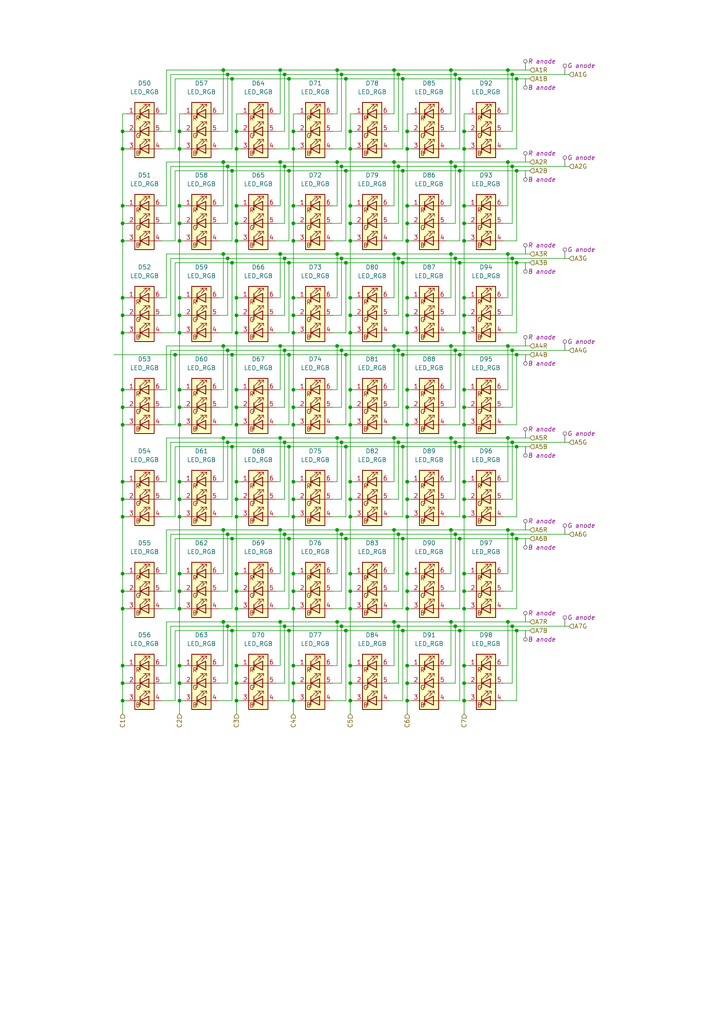
<source format=kicad_sch>
(kicad_sch (version 20231120) (generator "eeschema") (generator_version "8.0")
  (paper "A4" portrait)
  (junction (at 118.11 118.11))
  (junction (at 82.55 181.61))
  (junction (at 101.6 176.53))
  (junction (at 68.58 144.78))
  (junction (at 118.11 166.37))
  (junction (at 35.56 43.18))
  (junction (at 99.06 128.27))
  (junction (at 149.86 49.53))
  (junction (at 35.56 144.78))
  (junction (at 118.11 171.45))
  (junction (at 82.55 154.94))
  (junction (at 52.07 203.2))
  (junction (at 67.31 129.54))
  (junction (at 52.07 96.52))
  (junction (at 68.58 96.52))
  (junction (at 114.3 73.66))
  (junction (at 52.07 59.69))
  (junction (at 35.56 113.03))
  (junction (at 81.28 180.34))
  (junction (at 52.07 113.03))
  (junction (at 81.28 73.66))
  (junction (at 149.86 129.54))
  (junction (at 114.3 180.34))
  (junction (at 52.07 43.18))
  (junction (at 85.09 59.69))
  (junction (at 66.04 154.94))
  (junction (at 118.11 193.04))
  (junction (at 82.55 101.6))
  (junction (at 52.07 123.19))
  (junction (at 85.09 144.78))
  (junction (at 147.32 180.34))
  (junction (at 148.59 128.27))
  (junction (at 85.09 113.03))
  (junction (at 81.28 100.33))
  (junction (at 85.09 139.7))
  (junction (at 101.6 38.1))
  (junction (at 68.58 59.69))
  (junction (at 35.56 118.11))
  (junction (at 85.09 176.53))
  (junction (at 133.35 156.21))
  (junction (at 130.81 153.67))
  (junction (at 97.79 100.33))
  (junction (at 35.56 69.85))
  (junction (at 101.6 203.2))
  (junction (at 52.07 86.36))
  (junction (at 134.62 166.37))
  (junction (at 35.56 59.69))
  (junction (at 147.32 73.66))
  (junction (at 82.55 21.59))
  (junction (at 130.81 100.33))
  (junction (at 50.8 102.87))
  (junction (at 115.57 74.93))
  (junction (at 101.6 123.19))
  (junction (at 99.06 74.93))
  (junction (at 118.11 69.85))
  (junction (at 52.07 198.12))
  (junction (at 132.08 74.93))
  (junction (at 132.08 128.27))
  (junction (at 97.79 180.34))
  (junction (at 114.3 153.67))
  (junction (at 68.58 193.04))
  (junction (at 85.09 64.77))
  (junction (at 101.6 91.44))
  (junction (at 149.86 22.86))
  (junction (at 134.62 59.69))
  (junction (at 134.62 43.18))
  (junction (at 81.28 20.32))
  (junction (at 85.09 96.52))
  (junction (at 35.56 203.2))
  (junction (at 118.11 123.19))
  (junction (at 97.79 73.66))
  (junction (at 133.35 76.2))
  (junction (at 101.6 59.69))
  (junction (at 85.09 171.45))
  (junction (at 134.62 118.11))
  (junction (at 64.77 127))
  (junction (at 35.56 91.44))
  (junction (at 52.07 91.44))
  (junction (at 35.56 64.77))
  (junction (at 64.77 20.32))
  (junction (at 82.55 128.27))
  (junction (at 67.31 49.53))
  (junction (at 100.33 76.2))
  (junction (at 68.58 139.7))
  (junction (at 85.09 166.37))
  (junction (at 66.04 181.61))
  (junction (at 114.3 46.99))
  (junction (at 67.31 76.2))
  (junction (at 67.31 156.21))
  (junction (at 85.09 198.12))
  (junction (at 134.62 86.36))
  (junction (at 114.3 100.33))
  (junction (at 147.32 153.67))
  (junction (at 116.84 102.87))
  (junction (at 35.56 123.19))
  (junction (at 64.77 153.67))
  (junction (at 35.56 96.52))
  (junction (at 68.58 166.37))
  (junction (at 99.06 48.26))
  (junction (at 118.11 139.7))
  (junction (at 130.81 180.34))
  (junction (at 147.32 127))
  (junction (at 52.07 69.85))
  (junction (at 52.07 139.7))
  (junction (at 132.08 154.94))
  (junction (at 101.6 64.77))
  (junction (at 134.62 198.12))
  (junction (at 97.79 127))
  (junction (at 134.62 176.53))
  (junction (at 116.84 49.53))
  (junction (at 134.62 64.77))
  (junction (at 101.6 166.37))
  (junction (at 100.33 156.21))
  (junction (at 35.56 198.12))
  (junction (at 134.62 203.2))
  (junction (at 130.81 46.99))
  (junction (at 52.07 171.45))
  (junction (at 85.09 91.44))
  (junction (at 83.82 129.54))
  (junction (at 66.04 101.6))
  (junction (at 64.77 73.66))
  (junction (at 100.33 182.88))
  (junction (at 148.59 74.93))
  (junction (at 67.31 102.87))
  (junction (at 118.11 64.77))
  (junction (at 35.56 86.36))
  (junction (at 116.84 22.86))
  (junction (at 67.31 22.86))
  (junction (at 148.59 154.94))
  (junction (at 149.86 102.87))
  (junction (at 134.62 91.44))
  (junction (at 66.04 74.93))
  (junction (at 85.09 69.85))
  (junction (at 101.6 113.03))
  (junction (at 118.11 86.36))
  (junction (at 68.58 118.11))
  (junction (at 101.6 139.7))
  (junction (at 118.11 96.52))
  (junction (at 68.58 123.19))
  (junction (at 83.82 22.86))
  (junction (at 83.82 102.87))
  (junction (at 66.04 128.27))
  (junction (at 100.33 102.87))
  (junction (at 67.31 182.88))
  (junction (at 85.09 193.04))
  (junction (at 133.35 129.54))
  (junction (at 134.62 96.52))
  (junction (at 68.58 198.12))
  (junction (at 132.08 101.6))
  (junction (at 118.11 144.78))
  (junction (at 101.6 96.52))
  (junction (at 81.28 46.99))
  (junction (at 85.09 38.1))
  (junction (at 101.6 69.85))
  (junction (at 149.86 76.2))
  (junction (at 35.56 38.1))
  (junction (at 68.58 64.77))
  (junction (at 134.62 113.03))
  (junction (at 35.56 176.53))
  (junction (at 68.58 43.18))
  (junction (at 81.28 153.67))
  (junction (at 118.11 176.53))
  (junction (at 132.08 48.26))
  (junction (at 101.6 86.36))
  (junction (at 114.3 20.32))
  (junction (at 35.56 139.7))
  (junction (at 100.33 49.53))
  (junction (at 133.35 49.53))
  (junction (at 64.77 100.33))
  (junction (at 133.35 102.87))
  (junction (at 115.57 128.27))
  (junction (at 82.55 48.26))
  (junction (at 116.84 156.21))
  (junction (at 64.77 180.34))
  (junction (at 147.32 20.32))
  (junction (at 68.58 176.53))
  (junction (at 148.59 101.6))
  (junction (at 68.58 171.45))
  (junction (at 68.58 91.44))
  (junction (at 35.56 149.86))
  (junction (at 118.11 203.2))
  (junction (at 52.07 118.11))
  (junction (at 118.11 91.44))
  (junction (at 101.6 118.11))
  (junction (at 115.57 154.94))
  (junction (at 116.84 182.88))
  (junction (at 52.07 64.77))
  (junction (at 116.84 129.54))
  (junction (at 66.04 48.26))
  (junction (at 52.07 166.37))
  (junction (at 132.08 21.59))
  (junction (at 52.07 38.1))
  (junction (at 85.09 118.11))
  (junction (at 68.58 86.36))
  (junction (at 66.04 21.59))
  (junction (at 83.82 156.21))
  (junction (at 118.11 38.1))
  (junction (at 118.11 59.69))
  (junction (at 134.62 144.78))
  (junction (at 115.57 21.59))
  (junction (at 134.62 171.45))
  (junction (at 99.06 154.94))
  (junction (at 130.81 20.32))
  (junction (at 35.56 193.04))
  (junction (at 99.06 21.59))
  (junction (at 85.09 123.19))
  (junction (at 68.58 203.2))
  (junction (at 134.62 139.7))
  (junction (at 52.07 149.86))
  (junction (at 35.56 171.45))
  (junction (at 100.33 22.86))
  (junction (at 100.33 129.54))
  (junction (at 149.86 182.88))
  (junction (at 115.57 48.26))
  (junction (at 52.07 193.04))
  (junction (at 147.32 100.33))
  (junction (at 118.11 43.18))
  (junction (at 118.11 198.12))
  (junction (at 83.82 182.88))
  (junction (at 134.62 123.19))
  (junction (at 97.79 153.67))
  (junction (at 68.58 113.03))
  (junction (at 82.55 74.93))
  (junction (at 116.84 76.2))
  (junction (at 101.6 193.04))
  (junction (at 148.59 48.26))
  (junction (at 85.09 86.36))
  (junction (at 148.59 181.61))
  (junction (at 85.09 203.2))
  (junction (at 68.58 149.86))
  (junction (at 99.06 101.6))
  (junction (at 132.08 181.61))
  (junction (at 118.11 149.86))
  (junction (at 149.86 156.21))
  (junction (at 64.77 46.99))
  (junction (at 85.09 149.86))
  (junction (at 83.82 76.2))
  (junction (at 134.62 193.04))
  (junction (at 118.11 113.03))
  (junction (at 52.07 144.78))
  (junction (at 147.32 46.99))
  (junction (at 35.56 166.37))
  (junction (at 148.59 21.59))
  (junction (at 101.6 198.12))
  (junction (at 83.82 49.53))
  (junction (at 99.06 181.61))
  (junction (at 133.35 22.86))
  (junction (at 101.6 171.45))
  (junction (at 81.28 127))
  (junction (at 85.09 43.18))
  (junction (at 97.79 20.32))
  (junction (at 68.58 38.1))
  (junction (at 134.62 69.85))
  (junction (at 101.6 149.86))
  (junction (at 130.81 127))
  (junction (at 68.58 69.85))
  (junction (at 115.57 181.61))
  (junction (at 101.6 43.18))
  (junction (at 130.81 73.66))
  (junction (at 133.35 182.88))
  (junction (at 52.07 176.53))
  (junction (at 134.62 149.86))
  (junction (at 101.6 144.78))
  (junction (at 134.62 38.1))
  (junction (at 115.57 101.6))
  (junction (at 114.3 127))
  (junction (at 97.79 46.99))
  (wire (pts (xy 68.58 144.78) (xy 68.58 149.86)))
  (wire (pts (xy 146.05 198.12) (xy 148.59 198.12)))
  (wire (pts (xy 96.52 123.19) (xy 100.33 123.19)))
  (wire (pts (xy 82.55 21.59) (xy 99.06 21.59)))
  (wire (pts (xy 134.62 166.37) (xy 134.62 171.45)))
  (wire (pts (xy 101.6 198.12) (xy 101.6 203.2)))
  (wire (pts (xy 66.04 181.61) (xy 82.55 181.61)))
  (wire (pts (xy 135.89 86.36) (xy 134.62 86.36)))
  (wire (pts (xy 96.52 64.77) (xy 99.06 64.77)))
  (wire (pts (xy 82.55 74.93) (xy 82.55 91.44)))
  (wire (pts (xy 49.53 101.6) (xy 66.04 101.6)))
  (wire (pts (xy 118.11 198.12) (xy 118.11 203.2)))
  (wire (pts (xy 48.26 127) (xy 64.77 127)))
  (wire (pts (xy 82.55 154.94) (xy 82.55 171.45)))
  (wire (pts (xy 67.31 129.54) (xy 83.82 129.54)))
  (wire (pts (xy 99.06 181.61) (xy 99.06 198.12)))
  (wire (pts (xy 81.28 153.67) (xy 97.79 153.67)))
  (wire (pts (xy 129.54 96.52) (xy 133.35 96.52)))
  (wire (pts (xy 99.06 128.27) (xy 115.57 128.27)))
  (wire (pts (xy 116.84 49.53) (xy 116.84 69.85)))
  (wire (pts (xy 86.36 86.36) (xy 85.09 86.36)))
  (wire (pts (xy 147.32 100.33) (xy 153.67 100.33)))
  (wire (pts (xy 132.08 181.61) (xy 132.08 198.12)))
  (wire (pts (xy 133.35 156.21) (xy 133.35 176.53)))
  (wire (pts (xy 129.54 139.7) (xy 130.81 139.7)))
  (wire (pts (xy 130.81 153.67) (xy 130.81 166.37)))
  (wire (pts (xy 102.87 193.04) (xy 101.6 193.04)))
  (wire (pts (xy 115.57 181.61) (xy 115.57 198.12)))
  (wire (pts (xy 119.38 113.03) (xy 118.11 113.03)))
  (wire (pts (xy 134.62 171.45) (xy 135.89 171.45)))
  (wire (pts (xy 86.36 33.02) (xy 85.09 33.02)))
  (wire (pts (xy 46.99 96.52) (xy 50.8 96.52)))
  (wire (pts (xy 35.56 96.52) (xy 35.56 113.03)))
  (wire (pts (xy 52.07 118.11) (xy 53.34 118.11)))
  (wire (pts (xy 129.54 59.69) (xy 130.81 59.69)))
  (wire (pts (xy 113.03 166.37) (xy 114.3 166.37)))
  (wire (pts (xy 116.84 49.53) (xy 133.35 49.53)))
  (wire (pts (xy 101.6 118.11) (xy 102.87 118.11)))
  (wire (pts (xy 134.62 149.86) (xy 135.89 149.86)))
  (wire (pts (xy 35.56 38.1) (xy 36.83 38.1)))
  (wire (pts (xy 83.82 49.53) (xy 83.82 69.85)))
  (wire (pts (xy 85.09 96.52) (xy 86.36 96.52)))
  (wire (pts (xy 118.11 118.11) (xy 118.11 123.19)))
  (wire (pts (xy 146.05 171.45) (xy 148.59 171.45)))
  (wire (pts (xy 81.28 153.67) (xy 81.28 166.37)))
  (wire (pts (xy 118.11 139.7) (xy 118.11 144.78)))
  (wire (pts (xy 116.84 76.2) (xy 133.35 76.2)))
  (wire (pts (xy 146.05 144.78) (xy 148.59 144.78)))
  (wire (pts (xy 130.81 20.32) (xy 130.81 33.02)))
  (wire (pts (xy 97.79 153.67) (xy 97.79 166.37)))
  (wire (pts (xy 99.06 101.6) (xy 115.57 101.6)))
  (wire (pts (xy 50.8 156.21) (xy 50.8 176.53)))
  (wire (pts (xy 67.31 156.21) (xy 67.31 176.53)))
  (wire (pts (xy 118.11 64.77) (xy 118.11 69.85)))
  (wire (pts (xy 64.77 46.99) (xy 64.77 59.69)))
  (wire (pts (xy 33.02 102.87) (xy 50.8 102.87)))
  (wire (pts (xy 68.58 203.2) (xy 69.85 203.2)))
  (wire (pts (xy 101.6 96.52) (xy 101.6 113.03)))
  (wire (pts (xy 46.99 144.78) (xy 49.53 144.78)))
  (wire (pts (xy 130.81 100.33) (xy 147.32 100.33)))
  (wire (pts (xy 64.77 100.33) (xy 81.28 100.33)))
  (wire (pts (xy 68.58 69.85) (xy 69.85 69.85)))
  (wire (pts (xy 83.82 102.87) (xy 100.33 102.87)))
  (wire (pts (xy 114.3 100.33) (xy 114.3 113.03)))
  (wire (pts (xy 52.07 198.12) (xy 52.07 203.2)))
  (wire (pts (xy 82.55 181.61) (xy 82.55 198.12)))
  (wire (pts (xy 100.33 102.87) (xy 100.33 123.19)))
  (wire (pts (xy 69.85 86.36) (xy 68.58 86.36)))
  (wire (pts (xy 46.99 176.53) (xy 50.8 176.53)))
  (wire (pts (xy 147.32 127) (xy 147.32 139.7)))
  (wire (pts (xy 101.6 123.19) (xy 102.87 123.19)))
  (wire (pts (xy 35.56 33.02) (xy 35.56 38.1)))
  (wire (pts (xy 146.05 69.85) (xy 149.86 69.85)))
  (wire (pts (xy 99.06 154.94) (xy 99.06 171.45)))
  (wire (pts (xy 85.09 123.19) (xy 86.36 123.19)))
  (wire (pts (xy 35.56 171.45) (xy 35.56 176.53)))
  (wire (pts (xy 148.59 154.94) (xy 148.59 171.45)))
  (wire (pts (xy 96.52 193.04) (xy 97.79 193.04)))
  (wire (pts (xy 63.5 176.53) (xy 67.31 176.53)))
  (wire (pts (xy 64.77 20.32) (xy 81.28 20.32)))
  (wire (pts (xy 86.36 166.37) (xy 85.09 166.37)))
  (wire (pts (xy 115.57 154.94) (xy 115.57 171.45)))
  (wire (pts (xy 63.5 33.02) (xy 64.77 33.02)))
  (wire (pts (xy 85.09 33.02) (xy 85.09 38.1)))
  (wire (pts (xy 52.07 43.18) (xy 53.34 43.18)))
  (wire (pts (xy 101.6 38.1) (xy 102.87 38.1)))
  (wire (pts (xy 132.08 154.94) (xy 132.08 171.45)))
  (wire (pts (xy 64.77 180.34) (xy 81.28 180.34)))
  (wire (pts (xy 133.35 76.2) (xy 149.86 76.2)))
  (wire (pts (xy 49.53 21.59) (xy 49.53 38.1)))
  (wire (pts (xy 63.5 118.11) (xy 66.04 118.11)))
  (wire (pts (xy 52.07 96.52) (xy 52.07 113.03)))
  (wire (pts (xy 118.11 123.19) (xy 119.38 123.19)))
  (wire (pts (xy 113.03 118.11) (xy 115.57 118.11)))
  (wire (pts (xy 100.33 102.87) (xy 116.84 102.87)))
  (wire (pts (xy 118.11 113.03) (xy 118.11 118.11)))
  (wire (pts (xy 67.31 102.87) (xy 67.31 123.19)))
  (wire (pts (xy 97.79 73.66) (xy 97.79 86.36)))
  (wire (pts (xy 53.34 193.04) (xy 52.07 193.04)))
  (wire (pts (xy 80.01 33.02) (xy 81.28 33.02)))
  (wire (pts (xy 97.79 73.66) (xy 114.3 73.66)))
  (wire (pts (xy 146.05 96.52) (xy 149.86 96.52)))
  (wire (pts (xy 85.09 69.85) (xy 86.36 69.85)))
  (wire (pts (xy 66.04 128.27) (xy 82.55 128.27)))
  (wire (pts (xy 48.26 46.99) (xy 48.26 59.69)))
  (wire (pts (xy 85.09 176.53) (xy 86.36 176.53)))
  (wire (pts (xy 46.99 113.03) (xy 48.26 113.03)))
  (wire (pts (xy 67.31 182.88) (xy 83.82 182.88)))
  (wire (pts (xy 83.82 22.86) (xy 83.82 43.18)))
  (wire (pts (xy 85.09 198.12) (xy 85.09 203.2)))
  (wire (pts (xy 115.57 101.6) (xy 115.57 118.11)))
  (wire (pts (xy 148.59 128.27) (xy 165.1 128.27)))
  (wire (pts (xy 52.07 86.36) (xy 52.07 91.44)))
  (wire (pts (xy 80.01 91.44) (xy 82.55 91.44)))
  (wire (pts (xy 96.52 139.7) (xy 97.79 139.7)))
  (wire (pts (xy 118.11 33.02) (xy 118.11 38.1)))
  (wire (pts (xy 118.11 193.04) (xy 118.11 198.12)))
  (wire (pts (xy 46.99 123.19) (xy 50.8 123.19)))
  (wire (pts (xy 100.33 182.88) (xy 100.33 203.2)))
  (wire (pts (xy 96.52 43.18) (xy 100.33 43.18)))
  (wire (pts (xy 134.62 64.77) (xy 134.62 69.85)))
  (wire (pts (xy 49.53 128.27) (xy 49.53 144.78)))
  (wire (pts (xy 85.09 64.77) (xy 85.09 69.85)))
  (wire (pts (xy 113.03 96.52) (xy 116.84 96.52)))
  (wire (pts (xy 50.8 76.2) (xy 50.8 96.52)))
  (wire (pts (xy 80.01 118.11) (xy 82.55 118.11)))
  (wire (pts (xy 35.56 144.78) (xy 35.56 149.86)))
  (wire (pts (xy 148.59 74.93) (xy 165.1 74.93)))
  (wire (pts (xy 129.54 33.02) (xy 130.81 33.02)))
  (wire (pts (xy 49.53 74.93) (xy 49.53 91.44)))
  (wire (pts (xy 81.28 73.66) (xy 81.28 86.36)))
  (wire (pts (xy 135.89 166.37) (xy 134.62 166.37)))
  (wire (pts (xy 130.81 73.66) (xy 147.32 73.66)))
  (wire (pts (xy 63.5 149.86) (xy 67.31 149.86)))
  (wire (pts (xy 35.56 203.2) (xy 35.56 207.01)))
  (wire (pts (xy 116.84 156.21) (xy 133.35 156.21)))
  (wire (pts (xy 83.82 102.87) (xy 83.82 123.19)))
  (wire (pts (xy 83.82 182.88) (xy 83.82 203.2)))
  (wire (pts (xy 100.33 156.21) (xy 100.33 176.53)))
  (wire (pts (xy 68.58 176.53) (xy 68.58 193.04)))
  (wire (pts (xy 135.89 59.69) (xy 134.62 59.69)))
  (wire (pts (xy 64.77 180.34) (xy 64.77 193.04)))
  (wire (pts (xy 35.56 139.7) (xy 35.56 144.78)))
  (wire (pts (xy 133.35 129.54) (xy 133.35 149.86)))
  (wire (pts (xy 68.58 198.12) (xy 68.58 203.2)))
  (wire (pts (xy 118.11 43.18) (xy 119.38 43.18)))
  (wire (pts (xy 134.62 113.03) (xy 134.62 118.11)))
  (wire (pts (xy 129.54 171.45) (xy 132.08 171.45)))
  (wire (pts (xy 52.07 43.18) (xy 52.07 59.69)))
  (wire (pts (xy 67.31 129.54) (xy 67.31 149.86)))
  (wire (pts (xy 97.79 20.32) (xy 97.79 33.02)))
  (wire (pts (xy 115.57 21.59) (xy 115.57 38.1)))
  (wire (pts (xy 86.36 139.7) (xy 85.09 139.7)))
  (wire (pts (xy 35.56 123.19) (xy 35.56 139.7)))
  (wire (pts (xy 101.6 113.03) (xy 101.6 118.11)))
  (wire (pts (xy 82.55 128.27) (xy 82.55 144.78)))
  (wire (pts (xy 147.32 180.34) (xy 147.32 193.04)))
  (wire (pts (xy 102.87 139.7) (xy 101.6 139.7)))
  (wire (pts (xy 83.82 156.21) (xy 83.82 176.53)))
  (wire (pts (xy 113.03 113.03) (xy 114.3 113.03)))
  (wire (pts (xy 46.99 171.45) (xy 49.53 171.45)))
  (wire (pts (xy 129.54 86.36) (xy 130.81 86.36)))
  (wire (pts (xy 129.54 193.04) (xy 130.81 193.04)))
  (wire (pts (xy 85.09 203.2) (xy 86.36 203.2)))
  (wire (pts (xy 116.84 102.87) (xy 116.84 123.19)))
  (wire (pts (xy 46.99 203.2) (xy 50.8 203.2)))
  (wire (pts (xy 146.05 38.1) (xy 148.59 38.1)))
  (wire (pts (xy 46.99 139.7) (xy 48.26 139.7)))
  (wire (pts (xy 97.79 127) (xy 97.79 139.7)))
  (wire (pts (xy 149.86 49.53) (xy 153.67 49.53)))
  (wire (pts (xy 80.01 198.12) (xy 82.55 198.12)))
  (wire (pts (xy 118.11 149.86) (xy 118.11 166.37)))
  (wire (pts (xy 134.62 123.19) (xy 135.89 123.19)))
  (wire (pts (xy 147.32 20.32) (xy 153.67 20.32)))
  (wire (pts (xy 35.56 176.53) (xy 36.83 176.53)))
  (wire (pts (xy 148.59 48.26) (xy 165.1 48.26)))
  (wire (pts (xy 80.01 123.19) (xy 83.82 123.19)))
  (wire (pts (xy 149.86 182.88) (xy 149.86 203.2)))
  (wire (pts (xy 149.86 22.86) (xy 153.67 22.86)))
  (wire (pts (xy 118.11 176.53) (xy 118.11 193.04)))
  (wire (pts (xy 35.56 198.12) (xy 35.56 203.2)))
  (wire (pts (xy 81.28 180.34) (xy 97.79 180.34)))
  (wire (pts (xy 118.11 96.52) (xy 118.11 113.03)))
  (wire (pts (xy 114.3 46.99) (xy 114.3 59.69)))
  (wire (pts (xy 118.11 59.69) (xy 118.11 64.77)))
  (wire (pts (xy 133.35 49.53) (xy 133.35 69.85)))
  (wire (pts (xy 130.81 153.67) (xy 147.32 153.67)))
  (wire (pts (xy 114.3 180.34) (xy 130.81 180.34)))
  (wire (pts (xy 80.01 193.04) (xy 81.28 193.04)))
  (wire (pts (xy 52.07 38.1) (xy 53.34 38.1)))
  (wire (pts (xy 80.01 113.03) (xy 81.28 113.03)))
  (wire (pts (xy 85.09 203.2) (xy 85.09 207.01)))
  (wire (pts (xy 134.62 33.02) (xy 134.62 38.1)))
  (wire (pts (xy 80.01 176.53) (xy 83.82 176.53)))
  (wire (pts (xy 101.6 86.36) (xy 101.6 91.44)))
  (wire (pts (xy 129.54 144.78) (xy 132.08 144.78)))
  (wire (pts (xy 35.56 69.85) (xy 35.56 86.36)))
  (wire (pts (xy 148.59 154.94) (xy 165.1 154.94)))
  (wire (pts (xy 85.09 193.04) (xy 85.09 198.12)))
  (wire (pts (xy 135.89 139.7) (xy 134.62 139.7)))
  (wire (pts (xy 147.32 20.32) (xy 147.32 33.02)))
  (wire (pts (xy 129.54 113.03) (xy 130.81 113.03)))
  (wire (pts (xy 85.09 59.69) (xy 85.09 64.77)))
  (wire (pts (xy 148.59 48.26) (xy 148.59 64.77)))
  (wire (pts (xy 36.83 86.36) (xy 35.56 86.36)))
  (wire (pts (xy 81.28 20.32) (xy 97.79 20.32)))
  (wire (pts (xy 35.56 149.86) (xy 35.56 166.37)))
  (wire (pts (xy 52.07 171.45) (xy 52.07 176.53)))
  (wire (pts (xy 80.01 38.1) (xy 82.55 38.1)))
  (wire (pts (xy 116.84 129.54) (xy 116.84 149.86)))
  (wire (pts (xy 64.77 127) (xy 81.28 127)))
  (wire (pts (xy 83.82 156.21) (xy 100.33 156.21)))
  (wire (pts (xy 101.6 203.2) (xy 102.87 203.2)))
  (wire (pts (xy 52.07 69.85) (xy 53.34 69.85)))
  (wire (pts (xy 85.09 96.52) (xy 85.09 113.03)))
  (wire (pts (xy 86.36 193.04) (xy 85.09 193.04)))
  (wire (pts (xy 133.35 22.86) (xy 133.35 43.18)))
  (wire (pts (xy 119.38 166.37) (xy 118.11 166.37)))
  (wire (pts (xy 134.62 193.04) (xy 134.62 198.12)))
  (wire (pts (xy 134.62 38.1) (xy 135.89 38.1)))
  (wire (pts (xy 101.6 69.85) (xy 102.87 69.85)))
  (wire (pts (xy 49.53 48.26) (xy 49.53 64.77)))
  (wire (pts (xy 46.99 166.37) (xy 48.26 166.37)))
  (wire (pts (xy 66.04 154.94) (xy 66.04 171.45)))
  (wire (pts (xy 99.06 74.93) (xy 115.57 74.93)))
  (wire (pts (xy 67.31 49.53) (xy 83.82 49.53)))
  (wire (pts (xy 68.58 149.86) (xy 69.85 149.86)))
  (wire (pts (xy 48.26 180.34) (xy 64.77 180.34)))
  (wire (pts (xy 80.01 203.2) (xy 83.82 203.2)))
  (wire (pts (xy 67.31 76.2) (xy 83.82 76.2)))
  (wire (pts (xy 113.03 33.02) (xy 114.3 33.02)))
  (wire (pts (xy 133.35 76.2) (xy 133.35 96.52)))
  (wire (pts (xy 48.26 20.32) (xy 48.26 33.02)))
  (wire (pts (xy 85.09 139.7) (xy 85.09 144.78)))
  (wire (pts (xy 96.52 166.37) (xy 97.79 166.37)))
  (wire (pts (xy 68.58 203.2) (xy 68.58 207.01)))
  (wire (pts (xy 134.62 43.18) (xy 135.89 43.18)))
  (wire (pts (xy 97.79 153.67) (xy 114.3 153.67)))
  (wire (pts (xy 49.53 21.59) (xy 66.04 21.59)))
  (wire (pts (xy 85.09 69.85) (xy 85.09 86.36)))
  (wire (pts (xy 35.56 91.44) (xy 35.56 96.52)))
  (wire (pts (xy 50.8 129.54) (xy 67.31 129.54)))
  (wire (pts (xy 134.62 118.11) (xy 134.62 123.19)))
  (wire (pts (xy 100.33 22.86) (xy 116.84 22.86)))
  (wire (pts (xy 134.62 144.78) (xy 134.62 149.86)))
  (wire (pts (xy 134.62 96.52) (xy 134.62 113.03)))
  (wire (pts (xy 63.5 193.04) (xy 64.77 193.04)))
  (wire (pts (xy 96.52 176.53) (xy 100.33 176.53)))
  (wire (pts (xy 85.09 144.78) (xy 86.36 144.78)))
  (wire (pts (xy 147.32 127) (xy 153.67 127)))
  (wire (pts (xy 69.85 166.37) (xy 68.58 166.37)))
  (wire (pts (xy 134.62 86.36) (xy 134.62 91.44)))
  (wire (pts (xy 130.81 20.32) (xy 147.32 20.32)))
  (wire (pts (xy 80.01 64.77) (xy 82.55 64.77)))
  (wire (pts (xy 64.77 100.33) (xy 64.77 113.03)))
  (wire (pts (xy 101.6 33.02) (xy 101.6 38.1)))
  (wire (pts (xy 130.81 127) (xy 130.81 139.7)))
  (wire (pts (xy 63.5 86.36) (xy 64.77 86.36)))
  (wire (pts (xy 133.35 156.21) (xy 149.86 156.21)))
  (wire (pts (xy 97.79 100.33) (xy 97.79 113.03)))
  (wire (pts (xy 68.58 118.11) (xy 69.85 118.11)))
  (wire (pts (xy 50.8 49.53) (xy 50.8 69.85)))
  (wire (pts (xy 148.59 181.61) (xy 165.1 181.61)))
  (wire (pts (xy 101.6 176.53) (xy 101.6 193.04)))
  (wire (pts (xy 101.6 193.04) (xy 101.6 198.12)))
  (wire (pts (xy 53.34 59.69) (xy 52.07 59.69)))
  (wire (pts (xy 96.52 33.02) (xy 97.79 33.02)))
  (wire (pts (xy 63.5 64.77) (xy 66.04 64.77)))
  (wire (pts (xy 52.07 123.19) (xy 53.34 123.19)))
  (wire (pts (xy 66.04 101.6) (xy 66.04 118.11)))
  (wire (pts (xy 52.07 96.52) (xy 53.34 96.52)))
  (wire (pts (xy 66.04 74.93) (xy 82.55 74.93)))
  (wire (pts (xy 80.01 144.78) (xy 82.55 144.78)))
  (wire (pts (xy 50.8 102.87) (xy 50.8 123.19)))
  (wire (pts (xy 35.56 149.86) (xy 36.83 149.86)))
  (wire (pts (xy 35.56 198.12) (xy 36.83 198.12)))
  (wire (pts (xy 129.54 38.1) (xy 132.08 38.1)))
  (wire (pts (xy 52.07 193.04) (xy 52.07 198.12)))
  (wire (pts (xy 68.58 198.12) (xy 69.85 198.12)))
  (wire (pts (xy 148.59 74.93) (xy 148.59 91.44)))
  (wire (pts (xy 68.58 43.18) (xy 69.85 43.18)))
  (wire (pts (xy 119.38 139.7) (xy 118.11 139.7)))
  (wire (pts (xy 68.58 96.52) (xy 68.58 113.03)))
  (wire (pts (xy 97.79 46.99) (xy 114.3 46.99)))
  (wire (pts (xy 135.89 193.04) (xy 134.62 193.04)))
  (wire (pts (xy 85.09 43.18) (xy 85.09 59.69)))
  (wire (pts (xy 129.54 91.44) (xy 132.08 91.44)))
  (wire (pts (xy 101.6 43.18) (xy 101.6 59.69)))
  (wire (pts (xy 102.87 59.69) (xy 101.6 59.69)))
  (wire (pts (xy 85.09 118.11) (xy 86.36 118.11)))
  (wire (pts (xy 134.62 69.85) (xy 135.89 69.85)))
  (wire (pts (xy 130.81 46.99) (xy 130.81 59.69)))
  (wire (pts (xy 68.58 91.44) (xy 69.85 91.44)))
  (wire (pts (xy 35.56 176.53) (xy 35.56 193.04)))
  (wire (pts (xy 118.11 69.85) (xy 118.11 86.36)))
  (wire (pts (xy 85.09 149.86) (xy 85.09 166.37)))
  (wire (pts (xy 101.6 91.44) (xy 102.87 91.44)))
  (wire (pts (xy 115.57 128.27) (xy 115.57 144.78)))
  (wire (pts (xy 81.28 100.33) (xy 97.79 100.33)))
  (wire (pts (xy 118.11 86.36) (xy 118.11 91.44)))
  (wire (pts (xy 146.05 64.77) (xy 148.59 64.77)))
  (wire (pts (xy 85.09 123.19) (xy 85.09 139.7)))
  (wire (pts (xy 133.35 129.54) (xy 149.86 129.54)))
  (wire (pts (xy 129.54 69.85) (xy 133.35 69.85)))
  (wire (pts (xy 83.82 76.2) (xy 83.82 96.52)))
  (wire (pts (xy 48.26 73.66) (xy 64.77 73.66)))
  (wire (pts (xy 81.28 127) (xy 81.28 139.7)))
  (wire (pts (xy 146.05 59.69) (xy 147.32 59.69)))
  (wire (pts (xy 146.05 139.7) (xy 147.32 139.7)))
  (wire (pts (xy 113.03 69.85) (xy 116.84 69.85)))
  (wire (pts (xy 99.06 21.59) (xy 99.06 38.1)))
  (wire (pts (xy 97.79 127) (xy 114.3 127)))
  (wire (pts (xy 52.07 139.7) (xy 52.07 144.78)))
  (wire (pts (xy 118.11 123.19) (xy 118.11 139.7)))
  (wire (pts (xy 68.58 171.45) (xy 68.58 176.53)))
  (wire (pts (xy 134.62 203.2) (xy 134.62 207.01)))
  (wire (pts (xy 48.26 46.99) (xy 64.77 46.99)))
  (wire (pts (xy 132.08 48.26) (xy 132.08 64.77)))
  (wire (pts (xy 80.01 59.69) (xy 81.28 59.69)))
  (wire (pts (xy 83.82 129.54) (xy 83.82 149.86)))
  (wire (pts (xy 147.32 46.99) (xy 153.67 46.99)))
  (wire (pts (xy 48.26 180.34) (xy 48.26 193.04)))
  (wire (pts (xy 66.04 74.93) (xy 66.04 91.44)))
  (wire (pts (xy 48.26 153.67) (xy 64.77 153.67)))
  (wire (pts (xy 102.87 166.37) (xy 101.6 166.37)))
  (wire (pts (xy 119.38 193.04) (xy 118.11 193.04)))
  (wire (pts (xy 113.03 203.2) (xy 116.84 203.2)))
  (wire (pts (xy 115.57 101.6) (xy 132.08 101.6)))
  (wire (pts (xy 118.11 91.44) (xy 118.11 96.52)))
  (wire (pts (xy 48.26 20.32) (xy 64.77 20.32)))
  (wire (pts (xy 68.58 59.69) (xy 68.58 64.77)))
  (wire (pts (xy 129.54 64.77) (xy 132.08 64.77)))
  (wire (pts (xy 133.35 102.87) (xy 133.35 123.19)))
  (wire (pts (xy 63.5 171.45) (xy 66.04 171.45)))
  (wire (pts (xy 130.81 127) (xy 147.32 127)))
  (wire (pts (xy 133.35 22.86) (xy 149.86 22.86)))
  (wire (pts (xy 134.62 43.18) (xy 134.62 59.69)))
  (wire (pts (xy 81.28 73.66) (xy 97.79 73.66)))
  (wire (pts (xy 102.87 86.36) (xy 101.6 86.36)))
  (wire (pts (xy 118.11 144.78) (xy 119.38 144.78)))
  (wire (pts (xy 115.57 128.27) (xy 132.08 128.27)))
  (wire (pts (xy 101.6 118.11) (xy 101.6 123.19)))
  (wire (pts (xy 35.56 96.52) (xy 36.83 96.52)))
  (wire (pts (xy 114.3 180.34) (xy 114.3 193.04)))
  (wire (pts (xy 80.01 86.36) (xy 81.28 86.36)))
  (wire (pts (xy 100.33 22.86) (xy 100.33 43.18)))
  (wire (pts (xy 35.56 91.44) (xy 36.83 91.44)))
  (wire (pts (xy 85.09 118.11) (xy 85.09 123.19)))
  (wire (pts (xy 133.35 102.87) (xy 149.86 102.87)))
  (wire (pts (xy 115.57 48.26) (xy 115.57 64.77)))
  (wire (pts (xy 147.32 153.67) (xy 147.32 166.37)))
  (wire (pts (xy 35.56 171.45) (xy 36.83 171.45)))
  (wire (pts (xy 64.77 153.67) (xy 81.28 153.67)))
  (wire (pts (xy 80.01 139.7) (xy 81.28 139.7)))
  (wire (pts (xy 100.33 156.21) (xy 116.84 156.21)))
  (wire (pts (xy 101.6 123.19) (xy 101.6 139.7)))
  (wire (pts (xy 118.11 144.78) (xy 118.11 149.86)))
  (wire (pts (xy 118.11 43.18) (xy 118.11 59.69)))
  (wire (pts (xy 68.58 91.44) (xy 68.58 96.52)))
  (wire (pts (xy 102.87 113.03) (xy 101.6 113.03)))
  (wire (pts (xy 64.77 73.66) (xy 64.77 86.36)))
  (wire (pts (xy 101.6 171.45) (xy 101.6 176.53)))
  (wire (pts (xy 63.5 166.37) (xy 64.77 166.37)))
  (wire (pts (xy 85.09 43.18) (xy 86.36 43.18)))
  (wire (pts (xy 66.04 181.61) (xy 66.04 198.12)))
  (wire (pts (xy 118.11 38.1) (xy 118.11 43.18)))
  (wire (pts (xy 113.03 64.77) (xy 115.57 64.77)))
  (wire (pts (xy 35.56 203.2) (xy 36.83 203.2)))
  (wire (pts (xy 82.55 74.93) (xy 99.06 74.93)))
  (wire (pts (xy 129.54 203.2) (xy 133.35 203.2)))
  (wire (pts (xy 101.6 149.86) (xy 102.87 149.86)))
  (wire (pts (xy 63.5 69.85) (xy 67.31 69.85)))
  (wire (pts (xy 134.62 96.52) (xy 135.89 96.52)))
  (wire (pts (xy 99.06 128.27) (xy 99.06 144.78)))
  (wire (pts (xy 85.09 171.45) (xy 86.36 171.45)))
  (wire (pts (xy 99.06 48.26) (xy 99.06 64.77)))
  (wire (pts (xy 114.3 73.66) (xy 114.3 86.36)))
  (wire (pts (xy 146.05 193.04) (xy 147.32 193.04)))
  (wire (pts (xy 85.09 144.78) (xy 85.09 149.86)))
  (wire (pts (xy 85.09 38.1) (xy 86.36 38.1)))
  (wire (pts (xy 118.11 203.2) (xy 118.11 207.01)))
  (wire (pts (xy 118.11 149.86) (xy 119.38 149.86)))
  (wire (pts (xy 48.26 127) (xy 48.26 139.7)))
  (wire (pts (xy 132.08 21.59) (xy 132.08 38.1)))
  (wire (pts (xy 101.6 64.77) (xy 102.87 64.77)))
  (wire (pts (xy 101.6 171.45) (xy 102.87 171.45)))
  (wire (pts (xy 86.36 113.03) (xy 85.09 113.03)))
  (wire (pts (xy 132.08 48.26) (xy 148.59 48.26)))
  (wire (pts (xy 46.99 86.36) (xy 48.26 86.36)))
  (wire (pts (xy 66.04 48.26) (xy 82.55 48.26)))
  (wire (pts (xy 83.82 22.86) (xy 100.33 22.86)))
  (wire (pts (xy 100.33 129.54) (xy 100.33 149.86)))
  (wire (pts (xy 149.86 182.88) (xy 153.67 182.88)))
  (wire (pts (xy 96.52 144.78) (xy 99.06 144.78)))
  (wire (pts (xy 85.09 91.44) (xy 86.36 91.44)))
  (wire (pts (xy 118.11 69.85) (xy 119.38 69.85)))
  (wire (pts (xy 63.5 38.1) (xy 66.04 38.1)))
  (wire (pts (xy 101.6 198.12) (xy 102.87 198.12)))
  (wire (pts (xy 81.28 127) (xy 97.79 127)))
  (wire (pts (xy 48.26 153.67) (xy 48.26 166.37)))
  (wire (pts (xy 35.56 59.69) (xy 35.56 64.77)))
  (wire (pts (xy 130.81 46.99) (xy 147.32 46.99)))
  (wire (pts (xy 52.07 171.45) (xy 53.34 171.45)))
  (wire (pts (xy 52.07 176.53) (xy 52.07 193.04)))
  (wire (pts (xy 146.05 118.11) (xy 148.59 118.11)))
  (wire (pts (xy 129.54 176.53) (xy 133.35 176.53)))
  (wire (pts (xy 129.54 123.19) (xy 133.35 123.19)))
  (wire (pts (xy 35.56 69.85) (xy 36.83 69.85)))
  (wire (pts (xy 114.3 20.32) (xy 114.3 33.02)))
  (wire (pts (xy 85.09 91.44) (xy 85.09 96.52)))
  (wire (pts (xy 96.52 113.03) (xy 97.79 113.03)))
  (wire (pts (xy 46.99 149.86) (xy 50.8 149.86)))
  (wire (pts (xy 101.6 59.69) (xy 101.6 64.77)))
  (wire (pts (xy 115.57 154.94) (xy 132.08 154.94)))
  (wire (pts (xy 85.09 176.53) (xy 85.09 193.04)))
  (wire (pts (xy 101.6 176.53) (xy 102.87 176.53)))
  (wire (pts (xy 49.53 154.94) (xy 66.04 154.94)))
  (wire (pts (xy 115.57 48.26) (xy 132.08 48.26)))
  (wire (pts (xy 49.53 181.61) (xy 49.53 198.12)))
  (wire (pts (xy 63.5 203.2) (xy 67.31 203.2)))
  (wire (pts (xy 134.62 203.2) (xy 135.89 203.2)))
  (wire (pts (xy 116.84 22.86) (xy 133.35 22.86)))
  (wire (pts (xy 134.62 91.44) (xy 134.62 96.52)))
  (wire (pts (xy 102.87 33.02) (xy 101.6 33.02)))
  (wire (pts (xy 64.77 127) (xy 64.77 139.7)))
  (wire (pts (xy 116.84 129.54) (xy 133.35 129.54)))
  (wire (pts (xy 49.53 101.6) (xy 49.53 118.11)))
  (wire (pts (xy 67.31 156.21) (xy 83.82 156.21)))
  (wire (pts (xy 36.83 166.37) (xy 35.56 166.37)))
  (wire (pts (xy 114.3 46.99) (xy 130.81 46.99)))
  (wire (pts (xy 46.99 59.69) (xy 48.26 59.69)))
  (wire (pts (xy 146.05 203.2) (xy 149.86 203.2)))
  (wire (pts (xy 147.32 46.99) (xy 147.32 59.69)))
  (wire (pts (xy 146.05 91.44) (xy 148.59 91.44)))
  (wire (pts (xy 68.58 176.53) (xy 69.85 176.53)))
  (wire (pts (xy 52.07 144.78) (xy 53.34 144.78)))
  (wire (pts (xy 53.34 33.02) (xy 52.07 33.02)))
  (wire (pts (xy 67.31 22.86) (xy 83.82 22.86)))
  (wire (pts (xy 96.52 38.1) (xy 99.06 38.1)))
  (wire (pts (xy 36.83 59.69) (xy 35.56 59.69)))
  (wire (pts (xy 52.07 91.44) (xy 52.07 96.52)))
  (wire (pts (xy 80.01 171.45) (xy 82.55 171.45)))
  (wire (pts (xy 68.58 166.37) (xy 68.58 171.45)))
  (wire (pts (xy 115.57 21.59) (xy 132.08 21.59)))
  (wire (pts (xy 49.53 181.61) (xy 66.04 181.61)))
  (wire (pts (xy 35.56 43.18) (xy 36.83 43.18)))
  (wire (pts (xy 49.53 74.93) (xy 66.04 74.93)))
  (wire (pts (xy 67.31 22.86) (xy 67.31 43.18)))
  (wire (pts (xy 35.56 118.11) (xy 36.83 118.11)))
  (wire (pts (xy 99.06 48.26) (xy 115.57 48.26)))
  (wire (pts (xy 46.99 91.44) (xy 49.53 91.44)))
  (wire (pts (xy 82.55 154.94) (xy 99.06 154.94)))
  (wire (pts (xy 149.86 156.21) (xy 153.67 156.21)))
  (wire (pts (xy 135.89 33.02) (xy 134.62 33.02)))
  (wire (pts (xy 129.54 43.18) (xy 133.35 43.18)))
  (wire (pts (xy 132.08 101.6) (xy 132.08 118.11)))
  (wire (pts (xy 52.07 198.12) (xy 53.34 198.12)))
  (wire (pts (xy 118.11 118.11) (xy 119.38 118.11)))
  (wire (pts (xy 35.56 86.36) (xy 35.56 91.44)))
  (wire (pts (xy 68.58 149.86) (xy 68.58 166.37)))
  (wire (pts (xy 50.8 22.86) (xy 50.8 43.18)))
  (wire (pts (xy 146.05 33.02) (xy 147.32 33.02)))
  (wire (pts (xy 96.52 96.52) (xy 100.33 96.52)))
  (wire (pts (xy 134.62 69.85) (xy 134.62 86.36)))
  (wire (pts (xy 97.79 180.34) (xy 114.3 180.34)))
  (wire (pts (xy 99.06 181.61) (xy 115.57 181.61)))
  (wire (pts (xy 130.81 180.34) (xy 147.32 180.34)))
  (wire (pts (xy 118.11 176.53) (xy 119.38 176.53)))
  (wire (pts (xy 148.59 101.6) (xy 165.1 101.6)))
  (wire (pts (xy 149.86 76.2) (xy 149.86 96.52)))
  (wire (pts (xy 101.6 96.52) (xy 102.87 96.52)))
  (wire (pts (xy 64.77 20.32) (xy 64.77 33.02)))
  (wire (pts (xy 132.08 128.27) (xy 148.59 128.27)))
  (wire (pts (xy 114.3 127) (xy 114.3 139.7)))
  (wire (pts (xy 46.99 38.1) (xy 49.53 38.1)))
  (wire (pts (xy 85.09 166.37) (xy 85.09 171.45)))
  (wire (pts (xy 63.5 139.7) (xy 64.77 139.7)))
  (wire (pts (xy 82.55 101.6) (xy 82.55 118.11)))
  (wire (pts (xy 85.09 149.86) (xy 86.36 149.86)))
  (wire (pts (xy 113.03 198.12) (xy 115.57 198.12)))
  (wire (pts (xy 113.03 91.44) (xy 115.57 91.44)))
  (wire (pts (xy 83.82 49.53) (xy 100.33 49.53)))
  (wire (pts (xy 116.84 102.87) (xy 133.35 102.87)))
  (wire (pts (xy 148.59 21.59) (xy 165.1 21.59)))
  (wire (pts (xy 134.62 64.77) (xy 135.89 64.77)))
  (wire (pts (xy 82.55 101.6) (xy 99.06 101.6)))
  (wire (pts (xy 114.3 73.66) (xy 130.81 73.66)))
  (wire (pts (xy 149.86 102.87) (xy 149.86 123.19)))
  (wire (pts (xy 53.34 139.7) (xy 52.07 139.7)))
  (wire (pts (xy 134.62 144.78) (xy 135.89 144.78)))
  (wire (pts (xy 52.07 59.69) (xy 52.07 64.77)))
  (wire (pts (xy 48.26 100.33) (xy 48.26 113.03)))
  (wire (pts (xy 118.11 91.44) (xy 119.38 91.44)))
  (wire (pts (xy 35.56 123.19) (xy 36.83 123.19)))
  (wire (pts (xy 101.6 64.77) (xy 101.6 69.85)))
  (wire (pts (xy 81.28 46.99) (xy 97.79 46.99)))
  (wire (pts (xy 68.58 193.04) (xy 68.58 198.12)))
  (wire (pts (xy 49.53 154.94) (xy 49.53 171.45)))
  (wire (pts (xy 52.07 166.37) (xy 52.07 171.45)))
  (wire (pts (xy 146.05 43.18) (xy 149.86 43.18)))
  (wire (pts (xy 53.34 86.36) (xy 52.07 86.36)))
  (wire (pts (xy 134.62 171.45) (xy 134.62 176.53)))
  (wire (pts (xy 132.08 181.61) (xy 148.59 181.61)))
  (wire (pts (xy 50.8 182.88) (xy 67.31 182.88)))
  (wire (pts (xy 149.86 22.86) (xy 149.86 43.18)))
  (wire (pts (xy 134.62 176.53) (xy 134.62 193.04)))
  (wire (pts (xy 134.62 38.1) (xy 134.62 43.18)))
  (wire (pts (xy 68.58 86.36) (xy 68.58 91.44)))
  (wire (pts (xy 115.57 74.93) (xy 132.08 74.93)))
  (wire (pts (xy 134.62 118.11) (xy 135.89 118.11)))
  (wire (pts (xy 63.5 123.19) (xy 67.31 123.19)))
  (wire (pts (xy 132.08 74.93) (xy 132.08 91.44)))
  (wire (pts (xy 146.05 176.53) (xy 149.86 176.53)))
  (wire (pts (xy 97.79 180.34) (xy 97.79 193.04)))
  (wire (pts (xy 101.6 149.86) (xy 101.6 166.37)))
  (wire (pts (xy 52.07 144.78) (xy 52.07 149.86)))
  (wire (pts (xy 101.6 43.18) (xy 102.87 43.18)))
  (wire (pts (xy 99.06 74.93) (xy 99.06 91.44)))
  (wire (pts (xy 63.5 113.03) (xy 64.77 113.03)))
  (wire (pts (xy 68.58 113.03) (xy 68.58 118.11)))
  (wire (pts (xy 50.8 156.21) (xy 67.31 156.21)))
  (wire (pts (xy 101.6 144.78) (xy 102.87 144.78)))
  (wire (pts (xy 66.04 48.26) (xy 66.04 64.77)))
  (wire (pts (xy 113.03 38.1) (xy 115.57 38.1)))
  (wire (pts (xy 149.86 102.87) (xy 153.67 102.87)))
  (wire (pts (xy 133.35 49.53) (xy 149.86 49.53)))
  (wire (pts (xy 68.58 123.19) (xy 69.85 123.19)))
  (wire (pts (xy 68.58 38.1) (xy 68.58 43.18)))
  (wire (pts (xy 68.58 33.02) (xy 68.58 38.1)))
  (wire (pts (xy 97.79 20.32) (xy 114.3 20.32)))
  (wire (pts (xy 68.58 64.77) (xy 68.58 69.85)))
  (wire (pts (xy 66.04 128.27) (xy 66.04 144.78)))
  (wire (pts (xy 96.52 149.86) (xy 100.33 149.86)))
  (wire (pts (xy 130.81 100.33) (xy 130.81 113.03)))
  (wire (pts (xy 134.62 123.19) (xy 134.62 139.7)))
  (wire (pts (xy 100.33 129.54) (xy 116.84 129.54)))
  (wire (pts (xy 101.6 91.44) (xy 101.6 96.52)))
  (wire (pts (xy 146.05 113.03) (xy 147.32 113.03)))
  (wire (pts (xy 64.77 153.67) (xy 64.77 166.37)))
  (wire (pts (xy 64.77 46.99) (xy 81.28 46.99)))
  (wire (pts (xy 46.99 118.11) (xy 49.53 118.11)))
  (wire (pts (xy 101.6 38.1) (xy 101.6 43.18)))
  (wire (pts (xy 100.33 76.2) (xy 100.33 96.52)))
  (wire (pts (xy 85.09 171.45) (xy 85.09 176.53)))
  (wire (pts (xy 69.85 59.69) (xy 68.58 59.69)))
  (wire (pts (xy 132.08 21.59) (xy 148.59 21.59)))
  (wire (pts (xy 96.52 203.2) (xy 100.33 203.2)))
  (wire (pts (xy 52.07 118.11) (xy 52.07 123.19)))
  (wire (pts (xy 114.3 127) (xy 130.81 127)))
  (wire (pts (xy 113.03 139.7) (xy 114.3 139.7)))
  (wire (pts (xy 101.6 144.78) (xy 101.6 149.86)))
  (wire (pts (xy 99.06 154.94) (xy 115.57 154.94)))
  (wire (pts (xy 134.62 59.69) (xy 134.62 64.77)))
  (wire (pts (xy 68.58 144.78) (xy 69.85 144.78)))
  (wire (pts (xy 50.8 49.53) (xy 67.31 49.53)))
  (wire (pts (xy 148.59 101.6) (xy 148.59 118.11)))
  (wire (pts (xy 36.83 33.02) (xy 35.56 33.02)))
  (wire (pts (xy 115.57 181.61) (xy 132.08 181.61)))
  (wire (pts (xy 100.33 76.2) (xy 116.84 76.2)))
  (wire (pts (xy 146.05 123.19) (xy 149.86 123.19)))
  (wire (pts (xy 35.56 38.1) (xy 35.56 43.18)))
  (wire (pts (xy 119.38 59.69) (xy 118.11 59.69)))
  (wire (pts (xy 132.08 74.93) (xy 148.59 74.93)))
  (wire (pts (xy 63.5 144.78) (xy 66.04 144.78)))
  (wire (pts (xy 146.05 86.36) (xy 147.32 86.36)))
  (wire (pts (xy 130.81 73.66) (xy 130.81 86.36)))
  (wire (pts (xy 118.11 198.12) (xy 119.38 198.12)))
  (wire (pts (xy 134.62 198.12) (xy 135.89 198.12)))
  (wire (pts (xy 63.5 43.18) (xy 67.31 43.18)))
  (wire (pts (xy 68.58 43.18) (xy 68.58 59.69)))
  (wire (pts (xy 35.56 43.18) (xy 35.56 59.69)))
  (wire (pts (xy 68.58 64.77) (xy 69.85 64.77)))
  (wire (pts (xy 146.05 166.37) (xy 147.32 166.37)))
  (wire (pts (xy 35.56 64.77) (xy 36.83 64.77)))
  (wire (pts (xy 35.56 64.77) (xy 35.56 69.85)))
  (wire (pts (xy 135.89 113.03) (xy 134.62 113.03)))
  (wire (pts (xy 133.35 182.88) (xy 133.35 203.2)))
  (wire (pts (xy 80.01 166.37) (xy 81.28 166.37)))
  (wire (pts (xy 52.07 113.03) (xy 52.07 118.11)))
  (wire (pts (xy 68.58 123.19) (xy 68.58 139.7)))
  (wire (pts (xy 36.83 113.03) (xy 35.56 113.03)))
  (wire (pts (xy 114.3 153.67) (xy 114.3 166.37)))
  (wire (pts (xy 113.03 59.69) (xy 114.3 59.69)))
  (wire (pts (xy 82.55 48.26) (xy 82.55 64.77)))
  (wire (pts (xy 81.28 20.32) (xy 81.28 33.02)))
  (wire (pts (xy 52.07 149.86) (xy 52.07 166.37)))
  (wire (pts (xy 132.08 154.94) (xy 148.59 154.94)))
  (wire (pts (xy 149.86 49.53) (xy 149.86 69.85)))
  (wire (pts (xy 52.07 64.77) (xy 53.34 64.77)))
  (wire (pts (xy 81.28 46.99) (xy 81.28 59.69)))
  (wire (pts (xy 35.56 113.03) (xy 35.56 118.11)))
  (wire (pts (xy 67.31 102.87) (xy 83.82 102.87)))
  (wire (pts (xy 46.99 69.85) (xy 50.8 69.85)))
  (wire (pts (xy 113.03 176.53) (xy 116.84 176.53)))
  (wire (pts (xy 66.04 154.94) (xy 82.55 154.94)))
  (wire (pts (xy 118.11 203.2) (xy 119.38 203.2)))
  (wire (pts (xy 68.58 96.52) (xy 69.85 96.52)))
  (wire (pts (xy 52.07 33.02) (xy 52.07 38.1)))
  (wire (pts (xy 99.06 101.6) (xy 99.06 118.11)))
  (wire (pts (xy 132.08 101.6) (xy 148.59 101.6)))
  (wire (pts (xy 96.52 59.69) (xy 97.79 59.69)))
  (wire (pts (xy 35.56 118.11) (xy 35.56 123.19)))
  (wire (pts (xy 113.03 149.86) (xy 116.84 149.86)))
  (wire (pts (xy 80.01 96.52) (xy 83.82 96.52)))
  (wire (pts (xy 96.52 118.11) (xy 99.06 118.11)))
  (wire (pts (xy 134.62 91.44) (xy 135.89 91.44)))
  (wire (pts (xy 83.82 129.54) (xy 100.33 129.54)))
  (wire (pts (xy 52.07 203.2) (xy 52.07 207.01)))
  (wire (pts (xy 86.36 59.69) (xy 85.09 59.69)))
  (wire (pts (xy 119.38 33.02) (xy 118.11 33.02)))
  (wire (pts (xy 69.85 33.02) (xy 68.58 33.02)))
  (wire (pts (xy 149.86 76.2) (xy 153.67 76.2)))
  (wire (pts (xy 116.84 182.88) (xy 116.84 203.2)))
  (wire (pts (xy 148.59 21.59) (xy 148.59 38.1)))
  (wire (pts (xy 118.11 96.52) (xy 119.38 96.52)))
  (wire (pts (xy 46.99 198.12) (xy 49.53 198.12)))
  (wire (pts (xy 96.52 91.44) (xy 99.06 91.44)))
  (wire (pts (xy 149.86 156.21) (xy 149.86 176.53)))
  (wire (pts (xy 96.52 86.36) (xy 97.79 86.36)))
  (wire (pts (xy 35.56 144.78) (xy 36.83 144.78)))
  (wire (pts (xy 80.01 149.86) (xy 83.82 149.86)))
  (wire (pts (xy 53.34 113.03) (xy 52.07 113.03)))
  (wire (pts (xy 101.6 69.85) (xy 101.6 86.36)))
  (wire (pts (xy 147.32 180.34) (xy 153.67 180.34)))
  (wire (pts (xy 118.11 171.45) (xy 119.38 171.45)))
  (wire (pts (xy 69.85 193.04) (xy 68.58 193.04)))
  (wire (pts (xy 66.04 21.59) (xy 82.55 21.59)))
  (wire (pts (xy 67.31 182.88) (xy 67.31 203.2)))
  (wire (pts (xy 52.07 64.77) (xy 52.07 69.85)))
  (wire (pts (xy 50.8 102.87) (xy 67.31 102.87)))
  (wire (pts (xy 118.11 64.77) (xy 119.38 64.77)))
  (wire (pts (xy 147.32 100.33) (xy 147.32 113.03)))
  (wire (pts (xy 52.07 38.1) (xy 52.07 43.18)))
  (wire (pts (xy 129.54 198.12) (xy 132.08 198.12)))
  (wire (pts (xy 52.07 69.85) (xy 52.07 86.36)))
  (wire (pts (xy 114.3 153.67) (xy 130.81 153.67)))
  (wire (pts (xy 148.59 181.61) (xy 148.59 198.12)))
  (wire (pts (xy 36.83 193.04) (xy 35.56 193.04)))
  (wire (pts (xy 82.55 21.59) (xy 82.55 38.1)))
  (wire (pts (xy 130.81 180.34) (xy 130.81 193.04)))
  (wire (pts (xy 52.07 203.2) (xy 53.34 203.2)))
  (wire (pts (xy 118.11 166.37) (xy 118.11 171.45)))
  (wire (pts (xy 134.62 139.7) (xy 134.62 144.78)))
  (wire (pts (xy 64.77 73.66) (xy 81.28 73.66)))
  (wire (pts (xy 96.52 171.45) (xy 99.06 171.45)))
  (wire (pts (xy 35.56 166.37) (xy 35.56 171.45)))
  (wire (pts (xy 68.58 69.85) (xy 68.58 86.36)))
  (wire (pts (xy 82.55 128.27) (xy 99.06 128.27)))
  (wire (pts (xy 68.58 38.1) (xy 69.85 38.1)))
  (wire (pts (xy 113.03 171.45) (xy 115.57 171.45)))
  (wire (pts (xy 66.04 101.6) (xy 82.55 101.6)))
  (wire (pts (xy 50.8 22.86) (xy 67.31 22.86)))
  (wire (pts (xy 66.04 21.59) (xy 66.04 38.1)))
  (wire (pts (xy 49.53 48.26) (xy 66.04 48.26)))
  (wire (pts (xy 63.5 91.44) (xy 66.04 91.44)))
  (wire (pts (xy 52.07 91.44) (xy 53.34 91.44)))
  (wire (pts (xy 50.8 76.2) (xy 67.31 76.2)))
  (wire (pts (xy 67.31 76.2) (xy 67.31 96.52)))
  (wire (pts (xy 97.79 46.99) (xy 97.79 59.69)))
  (wire (pts (xy 99.06 21.59) (xy 115.57 21.59)))
  (wire (pts (xy 129.54 149.86) (xy 133.35 149.86)))
  (wire (pts (xy 81.28 100.33) (xy 81.28 113.03)))
  (wire (pts (xy 52.07 149.86) (xy 53.34 149.86)))
  (wire (pts (xy 132.08 128.27) (xy 132.08 144.78)))
  (wire (pts (xy 69.85 139.7) (xy 68.58 139.7)))
  (wire (pts (xy 96.52 198.12) (xy 99.06 198.12)))
  (wire (pts (xy 46.99 43.18) (xy 50.8 43.18)))
  (wire (pts (xy 50.8 129.54) (xy 50.8 149.86)))
  (wire (pts (xy 36.83 139.7) (xy 35.56 139.7)))
  (wire (pts (xy 118.11 171.45) (xy 118.11 176.53)))
  (wire (pts (xy 97.79 100.33) (xy 114.3 100.33)))
  (wire (pts (xy 149.86 129.54) (xy 149.86 149.86)))
  (wire (pts (xy 113.03 144.78) (xy 115.57 144.78)))
  (wire (pts (xy 48.26 100.33) (xy 64.77 100.33)))
  (wire (pts (xy 147.32 153.67) (xy 153.67 153.67)))
  (wire (pts (xy 101.6 139.7) (xy 101.6 144.78)))
  (wire (pts (xy 80.01 43.18) (xy 83.82 43.18)))
  (wire (pts (xy 100.33 49.53) (xy 100.33 69.85)))
  (wire (pts (xy 81.28 180.34) (xy 81.28 193.04)))
  (wire (pts (xy 113.03 86.36) (xy 114.3 86.36)))
  (wire (pts (xy 129.54 118.11) (xy 132.08 118.11)))
  (wire (pts (xy 100.33 49.53) (xy 116.84 49.53)))
  (wire (pts (xy 53.34 166.37) (xy 52.07 166.37)))
  (wire (pts (xy 46.99 193.04) (xy 48.26 193.04)))
  (wire (pts (xy 134.62 149.86) (xy 134.62 166.37)))
  (wire (pts (xy 68.58 139.7) (xy 68.58 144.78)))
  (wire (pts (xy 114.3 100.33) (xy 130.81 100.33)))
  (wire (pts (xy 116.84 182.88) (xy 133.35 182.88)))
  (wire (pts (xy 48.26 73.66) (xy 48.26 86.36)))
  (wire (pts (xy 134.62 198.12) (xy 134.62 203.2)))
  (wire (pts (xy 80.01 69.85) (xy 83.82 69.85)))
  (wire (pts (xy 85.09 113.03) (xy 85.09 118.11)))
  (wire (pts (xy 52.07 123.19) (xy 52.07 139.7)))
  (wire (pts (xy 63.5 96.52) (xy 67.31 96.52)))
  (wire (pts (xy 118.11 38.1) (xy 119.38 38.1)))
  (wire (pts (xy 68.58 171.45) (xy 69.85 171.45)))
  (wire (pts (xy 113.03 43.18) (xy 116.84 43.18)))
  (wire (pts (xy 101.6 203.2) (xy 101.6 207.01)))
  (wire (pts (xy 46.99 64.77) (xy 49.53 64.77)))
  (wire (pts (xy 85.09 86.36) (xy 85.09 91.44)))
  (wire (pts (xy 148.59 128.27) (xy 148.59 144.78)))
  (wire (pts (xy 83.82 76.2) (xy 100.33 76.2)))
  (wire (pts (xy 85.09 64.77) (xy 86.36 64.77)))
  (wire (pts (xy 115.57 74.93) (xy 115.57 91.44)))
  (wire (pts (xy 134.62 176.53) (xy 135.89 176.53)))
  (wire (pts (xy 133.35 182.88) (xy 149.86 182.88)))
  (wire (pts (xy 129.54 166.37) (xy 130.81 166.37)))
  (wire (pts (xy 114.3 20.32) (xy 130.81 20.32)))
  (wire (pts (xy 35.56 193.04) (xy 35.56 198.12)))
  (wire (pts (xy 82.55 181.61) (xy 99.06 181.61)))
  (wire (pts (xy 116.84 22.86) (xy 116.84 43.18)))
  (wire (pts (xy 85.09 198.12) (xy 86.36 198.12)))
  (wire (pts (xy 63.5 59.69) (xy 64.77 59.69)))
  (wire (pts (xy 113.03 193.04) (xy 114.3 193.04)))
  (wire (pts (xy 68.58 118.11) (xy 68.58 123.19)))
  (wire (pts (xy 147.32 73.66) (xy 153.67 73.66)))
  (wire (pts (xy 116.84 76.2) (xy 116.84 96.52)))
  (wire (pts (xy 49.53 128.27) (xy 66.04 128.27)))
  (wire (pts (xy 101.6 166.37) (xy 101.6 171.45)))
  (wire (pts (xy 69.85 113.03) (xy 68.58 113.03)))
  (wire (pts (xy 119.38 86.36) (xy 118.11 86.36)))
  (wire (pts (xy 83.82 182.88) (xy 100.33 182.88)))
  (wire (pts (xy 147.32 73.66) (xy 147.32 86.36)))
  (wire (pts (xy 67.31 49.53) (xy 67.31 69.85)))
  (wire (pts (xy 63.5 198.12) (xy 66.04 198.12)))
  (wire (pts (xy 50.8 182.88) (xy 50.8 203.2)))
  (wire (pts (xy 85.09 38.1) (xy 85.09 43.18)))
  (wire (pts (xy 113.03 123.19) (xy 116.84 123.19)))
  (wire (pts (xy 116.84 156.21) (xy 116.84 176.53)))
  (wire (pts (xy 149.86 129.54) (xy 153.67 129.54)))
  (wire (pts (xy 52.07 176.53) (xy 53.34 176.53)))
  (wire (pts (xy 46.99 33.02) (xy 48.26 33.02)))
  (wire (pts (xy 82.55 48.26) (xy 99.06 48.26)))
  (wire (pts (xy 100.33 182.88) (xy 116.84 182.88)))
  (wire (pts (xy 96.52 69.85) (xy 100.33 69.85)))
  (wire (pts (xy 146.05 149.86) (xy 149.86 149.86)))
  (hierarchical_label "A1G" (shape input) (at 165.1 21.59 0))
  (hierarchical_label "A4G" (shape input) (at 165.1 101.6 0))
  (hierarchical_label "A6B" (shape input) (at 153.67 156.21 0))
  (hierarchical_label "C1" (shape input) (at 35.56 207.01 270))
  (hierarchical_label "C6" (shape input) (at 118.11 207.01 270))
  (hierarchical_label "A2R" (shape input) (at 153.67 46.99 0))
  (hierarchical_label "A7G" (shape input) (at 165.1 181.61 0))
  (hierarchical_label "A1B" (shape input) (at 153.67 22.86 0))
  (hierarchical_label "A7R" (shape input) (at 153.67 180.34 0))
  (hierarchical_label "A3G" (shape input) (at 165.1 74.93 0))
  (hierarchical_label "A3R" (shape input) (at 153.67 73.66 0))
  (hierarchical_label "C7" (shape input) (at 134.62 207.01 270))
  (hierarchical_label "A4B" (shape input) (at 153.67 102.87 0))
  (hierarchical_label "A5B" (shape input) (at 153.67 129.54 0))
  (hierarchical_label "C2" (shape input) (at 52.07 207.01 270))
  (hierarchical_label "C4" (shape input) (at 85.09 207.01 270))
  (hierarchical_label "A2G" (shape input) (at 165.1 48.26 0))
  (hierarchical_label "C5" (shape input) (at 101.6 207.01 270))
  (hierarchical_label "C3" (shape input) (at 68.58 207.01 270))
  (hierarchical_label "A7B" (shape input) (at 153.67 182.88 0))
  (hierarchical_label "A4R" (shape input) (at 153.67 100.33 0))
  (hierarchical_label "A6G" (shape input) (at 165.1 154.94 0))
  (hierarchical_label "A5G" (shape input) (at 165.1 128.27 0))
  (hierarchical_label "A3B" (shape input) (at 153.67 76.2 0))
  (hierarchical_label "A5R" (shape input) (at 153.67 127 0))
  (hierarchical_label "A1R" (shape input) (at 153.67 20.32 0))
  (hierarchical_label "A6R" (shape input) (at 153.67 153.67 0))
  (hierarchical_label "A2B" (shape input) (at 153.67 49.53 0))
  (netclass_flag "" (length 2.54) (shape round) (at 152.4 73.66 0) (property "Netclass" "R anode" (at 153.0985 71.12 0) (effects (font (italic yes)) (justify left))))
  (netclass_flag "" (length 2.54) (shape round) (at 163.83 48.26 0) (property "Netclass" "G anode" (at 164.5285 45.72 0) (effects (font (italic yes)) (justify left))))
  (netclass_flag "" (length 2.54) (shape round) (at 152.4 76.2 180) (property "Netclass" "B anode" (at 153.0985 78.74 0) (effects (font (italic yes)) (justify left))))
  (netclass_flag "" (length 2.54) (shape round) (at 152.4 20.32 0) (property "Netclass" "R anode" (at 153.0985 17.78 0) (effects (font (italic yes)) (justify left))))
  (netclass_flag "" (length 2.54) (shape round) (at 152.4 102.87 180) (property "Netclass" "B anode" (at 153.0985 105.41 0) (effects (font (italic yes)) (justify left))))
  (netclass_flag "" (length 2.54) (shape round) (at 152.4 156.21 180) (property "Netclass" "B anode" (at 153.0985 158.75 0) (effects (font (italic yes)) (justify left))))
  (netclass_flag "" (length 2.54) (shape round) (at 152.4 49.53 180) (property "Netclass" "B anode" (at 153.0985 52.07 0) (effects (font (italic yes)) (justify left))))
  (netclass_flag "" (length 2.54) (shape round) (at 163.83 101.6 0) (property "Netclass" "G anode" (at 164.5285 99.06 0) (effects (font (italic yes)) (justify left))))
  (netclass_flag "" (length 2.54) (shape round) (at 152.4 180.34 0) (property "Netclass" "R anode" (at 153.0985 177.8 0) (effects (font (italic yes)) (justify left))))
  (netclass_flag "" (length 2.54) (shape round) (at 163.83 128.27 0) (property "Netclass" "G anode" (at 164.5285 125.73 0) (effects (font (italic yes)) (justify left))))
  (netclass_flag "" (length 2.54) (shape round) (at 152.4 46.99 0) (property "Netclass" "R anode" (at 153.0985 44.45 0) (effects (font (italic yes)) (justify left))))
  (netclass_flag "" (length 2.54) (shape round) (at 152.4 127 0) (property "Netclass" "R anode" (at 153.0985 124.46 0) (effects (font (italic yes)) (justify left))))
  (netclass_flag "" (length 2.54) (shape round) (at 152.4 129.54 180) (property "Netclass" "B anode" (at 153.0985 132.08 0) (effects (font (italic yes)) (justify left))))
  (netclass_flag "" (length 2.54) (shape round) (at 163.83 21.59 0) (property "Netclass" "G anode" (at 164.5285 19.05 0) (effects (font (italic yes)) (justify left))))
  (netclass_flag "" (length 2.54) (shape round) (at 152.4 22.86 180) (property "Netclass" "B anode" (at 153.0985 25.4 0) (effects (font (italic yes)) (justify left))))
  (netclass_flag "" (length 2.54) (shape round) (at 163.83 74.93 0) (property "Netclass" "G anode" (at 164.5285 72.39 0) (effects (font (italic yes)) (justify left))))
  (netclass_flag "" (length 2.54) (shape round) (at 163.83 154.94 0) (property "Netclass" "G anode" (at 164.5285 152.4 0) (effects (font (italic yes)) (justify left))))
  (netclass_flag "" (length 2.54) (shape round) (at 152.4 153.67 0) (property "Netclass" "R anode" (at 153.0985 151.13 0) (effects (font (italic yes)) (justify left))))
  (netclass_flag "" (length 2.54) (shape round) (at 163.83 181.61 0) (property "Netclass" "G anode" (at 164.5285 179.07 0) (effects (font (italic yes)) (justify left))))
  (netclass_flag "" (length 2.54) (shape round) (at 152.4 182.88 180) (property "Netclass" "B anode" (at 153.0985 185.42 0) (effects (font (italic yes)) (justify left))))
  (netclass_flag "" (length 2.54) (shape round) (at 152.4 100.33 0) (property "Netclass" "R anode" (at 153.0985 97.79 0) (effects (font (italic yes)) (justify left))))
  (symbol (lib_id "Device:LED_RGB") (at 41.91 144.78 0) (unit 1)
    (property "Reference" "D54" (at 41.91 130.81 0))
    (property "Value" "LED_RGB" (at 41.91 133.35 0))
    (property "Footprint" "LED_SMD:LED_RGB_5050-6" (effects (hide yes)))
    (property "Description" "RGB LED, 6 pin package" (effects (hide yes)))
  )
  (symbol (lib_id "Device:LED_RGB") (at 58.42 171.45 0) (unit 1)
    (property "Reference" "D62" (at 58.42 157.48 0))
    (property "Value" "LED_RGB" (at 58.42 160.02 0))
    (property "Footprint" "LED_SMD:LED_RGB_5050-6" (effects (hide yes)))
    (property "Description" "RGB LED, 6 pin package" (effects (hide yes)))
  )
  (symbol (lib_id "Device:LED_RGB") (at 107.95 198.12 0) (unit 1)
    (property "Reference" "D84" (at 107.95 184.15 0))
    (property "Value" "LED_RGB" (at 107.95 186.69 0))
    (property "Footprint" "LED_SMD:LED_RGB_5050-6" (effects (hide yes)))
    (property "Description" "RGB LED, 6 pin package" (effects (hide yes)))
  )
  (symbol (lib_id "Device:LED_RGB") (at 58.42 144.78 0) (unit 1)
    (property "Reference" "D61" (at 58.42 130.81 0))
    (property "Value" "LED_RGB" (at 58.42 133.35 0))
    (property "Footprint" "LED_SMD:LED_RGB_5050-6" (effects (hide yes)))
    (property "Description" "RGB LED, 6 pin package" (effects (hide yes)))
  )
  (symbol (lib_id "Device:LED_RGB") (at 58.42 118.11 0) (unit 1)
    (property "Reference" "D60" (at 58.42 104.14 0))
    (property "Value" "LED_RGB" (at 58.42 106.68 0))
    (property "Footprint" "LED_SMD:LED_RGB_5050-6" (effects (hide yes)))
    (property "Description" "RGB LED, 6 pin package" (effects (hide yes)))
  )
  (symbol (lib_id "Device:LED_RGB") (at 58.42 91.44 0) (unit 1)
    (property "Reference" "D59" (at 58.42 77.47 0))
    (property "Value" "LED_RGB" (at 58.42 80.01 0))
    (property "Footprint" "LED_SMD:LED_RGB_5050-6" (effects (hide yes)))
    (property "Description" "RGB LED, 6 pin package" (effects (hide yes)))
  )
  (symbol (lib_id "Device:LED_RGB") (at 91.44 198.12 0) (unit 1)
    (property "Reference" "D77" (at 91.44 184.15 0))
    (property "Value" "LED_RGB" (at 91.44 186.69 0))
    (property "Footprint" "LED_SMD:LED_RGB_5050-6" (effects (hide yes)))
    (property "Description" "RGB LED, 6 pin package" (effects (hide yes)))
  )
  (symbol (lib_id "Device:LED_RGB") (at 91.44 91.44 0) (unit 1)
    (property "Reference" "D73" (at 91.44 77.47 0))
    (property "Value" "LED_RGB" (at 91.44 80.01 0))
    (property "Footprint" "LED_SMD:LED_RGB_5050-6" (effects (hide yes)))
    (property "Description" "RGB LED, 6 pin package" (effects (hide yes)))
  )
  (symbol (lib_id "Device:LED_RGB") (at 41.91 38.1 0) (unit 1)
    (property "Reference" "D50" (at 41.91 24.13 0))
    (property "Value" "LED_RGB" (at 41.91 26.67 0))
    (property "Footprint" "LED_SMD:LED_RGB_5050-6" (effects (hide yes)))
    (property "Description" "RGB LED, 6 pin package" (effects (hide yes)))
  )
  (symbol (lib_id "Device:LED_RGB") (at 41.91 64.77 0) (unit 1)
    (property "Reference" "D51" (at 41.91 50.8 0))
    (property "Value" "LED_RGB" (at 41.91 53.34 0))
    (property "Footprint" "LED_SMD:LED_RGB_5050-6" (effects (hide yes)))
    (property "Description" "RGB LED, 6 pin package" (effects (hide yes)))
  )
  (symbol (lib_id "Device:LED_RGB") (at 107.95 118.11 0) (unit 1)
    (property "Reference" "D81" (at 107.95 104.14 0))
    (property "Value" "LED_RGB" (at 107.95 106.68 0))
    (property "Footprint" "LED_SMD:LED_RGB_5050-6" (effects (hide yes)))
    (property "Description" "RGB LED, 6 pin package" (effects (hide yes)))
  )
  (symbol (lib_id "Device:LED_RGB") (at 74.93 144.78 0) (unit 1)
    (property "Reference" "D68" (at 74.93 130.81 0))
    (property "Value" "LED_RGB" (at 74.93 133.35 0))
    (property "Footprint" "LED_SMD:LED_RGB_5050-6" (effects (hide yes)))
    (property "Description" "RGB LED, 6 pin package" (effects (hide yes)))
  )
  (symbol (lib_id "Device:LED_RGB") (at 107.95 91.44 0) (unit 1)
    (property "Reference" "D80" (at 107.95 77.47 0))
    (property "Value" "LED_RGB" (at 107.95 80.01 0))
    (property "Footprint" "LED_SMD:LED_RGB_5050-6" (effects (hide yes)))
    (property "Description" "RGB LED, 6 pin package" (effects (hide yes)))
  )
  (symbol (lib_id "Device:LED_RGB") (at 74.93 91.44 0) (unit 1)
    (property "Reference" "D66" (at 74.93 77.47 0))
    (property "Value" "LED_RGB" (at 74.93 80.01 0))
    (property "Footprint" "LED_SMD:LED_RGB_5050-6" (effects (hide yes)))
    (property "Description" "RGB LED, 6 pin package" (effects (hide yes)))
  )
  (symbol (lib_id "Device:LED_RGB") (at 91.44 64.77 0) (unit 1)
    (property "Reference" "D72" (at 91.44 50.8 0))
    (property "Value" "LED_RGB" (at 91.44 53.34 0))
    (property "Footprint" "LED_SMD:LED_RGB_5050-6" (effects (hide yes)))
    (property "Description" "RGB LED, 6 pin package" (effects (hide yes)))
  )
  (symbol (lib_id "Device:LED_RGB") (at 140.97 38.1 0) (unit 1)
    (property "Reference" "D92" (at 140.97 24.13 0))
    (property "Value" "LED_RGB" (at 140.97 26.67 0))
    (property "Footprint" "LED_SMD:LED_RGB_5050-6" (effects (hide yes)))
    (property "Description" "RGB LED, 6 pin package" (effects (hide yes)))
  )
  (symbol (lib_id "Device:LED_RGB") (at 74.93 118.11 0) (unit 1)
    (property "Reference" "D67" (at 74.93 104.14 0))
    (property "Value" "LED_RGB" (at 74.93 106.68 0))
    (property "Footprint" "LED_SMD:LED_RGB_5050-6" (effects (hide yes)))
    (property "Description" "RGB LED, 6 pin package" (effects (hide yes)))
  )
  (symbol (lib_id "Device:LED_RGB") (at 140.97 171.45 0) (unit 1)
    (property "Reference" "D97" (at 140.97 157.48 0))
    (property "Value" "LED_RGB" (at 140.97 160.02 0))
    (property "Footprint" "LED_SMD:LED_RGB_5050-6" (effects (hide yes)))
    (property "Description" "RGB LED, 6 pin package" (effects (hide yes)))
  )
  (symbol (lib_id "Device:LED_RGB") (at 107.95 171.45 0) (unit 1)
    (property "Reference" "D83" (at 107.95 157.48 0))
    (property "Value" "LED_RGB" (at 107.95 160.02 0))
    (property "Footprint" "LED_SMD:LED_RGB_5050-6" (effects (hide yes)))
    (property "Description" "RGB LED, 6 pin package" (effects (hide yes)))
  )
  (symbol (lib_id "Device:LED_RGB") (at 140.97 198.12 0) (unit 1)
    (property "Reference" "D98" (at 140.97 184.15 0))
    (property "Value" "LED_RGB" (at 140.97 186.69 0))
    (property "Footprint" "LED_SMD:LED_RGB_5050-6" (effects (hide yes)))
    (property "Description" "RGB LED, 6 pin package" (effects (hide yes)))
  )
  (symbol (lib_id "Device:LED_RGB") (at 124.46 118.11 0) (unit 1)
    (property "Reference" "D88" (at 124.46 104.14 0))
    (property "Value" "LED_RGB" (at 124.46 106.68 0))
    (property "Footprint" "LED_SMD:LED_RGB_5050-6" (effects (hide yes)))
    (property "Description" "RGB LED, 6 pin package" (effects (hide yes)))
  )
  (symbol (lib_id "Device:LED_RGB") (at 74.93 64.77 0) (unit 1)
    (property "Reference" "D65" (at 74.93 50.8 0))
    (property "Value" "LED_RGB" (at 74.93 53.34 0))
    (property "Footprint" "LED_SMD:LED_RGB_5050-6" (effects (hide yes)))
    (property "Description" "RGB LED, 6 pin package" (effects (hide yes)))
  )
  (symbol (lib_id "Device:LED_RGB") (at 91.44 144.78 0) (unit 1)
    (property "Reference" "D75" (at 91.44 130.81 0))
    (property "Value" "LED_RGB" (at 91.44 133.35 0))
    (property "Footprint" "LED_SMD:LED_RGB_5050-6" (effects (hide yes)))
    (property "Description" "RGB LED, 6 pin package" (effects (hide yes)))
  )
  (symbol (lib_id "Device:LED_RGB") (at 58.42 198.12 0) (unit 1)
    (property "Reference" "D63" (at 58.42 184.15 0))
    (property "Value" "LED_RGB" (at 58.42 186.69 0))
    (property "Footprint" "LED_SMD:LED_RGB_5050-6" (effects (hide yes)))
    (property "Description" "RGB LED, 6 pin package" (effects (hide yes)))
  )
  (symbol (lib_id "Device:LED_RGB") (at 91.44 38.1 0) (unit 1)
    (property "Reference" "D71" (at 91.44 24.13 0))
    (property "Value" "LED_RGB" (at 91.44 26.67 0))
    (property "Footprint" "LED_SMD:LED_RGB_5050-6" (effects (hide yes)))
    (property "Description" "RGB LED, 6 pin package" (effects (hide yes)))
  )
  (symbol (lib_id "Device:LED_RGB") (at 107.95 38.1 0) (unit 1)
    (property "Reference" "D78" (at 107.95 24.13 0))
    (property "Value" "LED_RGB" (at 107.95 26.67 0))
    (property "Footprint" "LED_SMD:LED_RGB_5050-6" (effects (hide yes)))
    (property "Description" "RGB LED, 6 pin package" (effects (hide yes)))
  )
  (symbol (lib_id "Device:LED_RGB") (at 124.46 198.12 0) (unit 1)
    (property "Reference" "D91" (at 124.46 184.15 0))
    (property "Value" "LED_RGB" (at 124.46 186.69 0))
    (property "Footprint" "LED_SMD:LED_RGB_5050-6" (effects (hide yes)))
    (property "Description" "RGB LED, 6 pin package" (effects (hide yes)))
  )
  (symbol (lib_id "Device:LED_RGB") (at 91.44 118.11 0) (unit 1)
    (property "Reference" "D74" (at 91.44 104.14 0))
    (property "Value" "LED_RGB" (at 91.44 106.68 0))
    (property "Footprint" "LED_SMD:LED_RGB_5050-6" (effects (hide yes)))
    (property "Description" "RGB LED, 6 pin package" (effects (hide yes)))
  )
  (symbol (lib_id "Device:LED_RGB") (at 91.44 171.45 0) (unit 1)
    (property "Reference" "D76" (at 91.44 157.48 0))
    (property "Value" "LED_RGB" (at 91.44 160.02 0))
    (property "Footprint" "LED_SMD:LED_RGB_5050-6" (effects (hide yes)))
    (property "Description" "RGB LED, 6 pin package" (effects (hide yes)))
  )
  (symbol (lib_id "Device:LED_RGB") (at 140.97 144.78 0) (unit 1)
    (property "Reference" "D96" (at 140.97 130.81 0))
    (property "Value" "LED_RGB" (at 140.97 133.35 0))
    (property "Footprint" "LED_SMD:LED_RGB_5050-6" (effects (hide yes)))
    (property "Description" "RGB LED, 6 pin package" (effects (hide yes)))
  )
  (symbol (lib_id "Device:LED_RGB") (at 124.46 171.45 0) (unit 1)
    (property "Reference" "D90" (at 124.46 157.48 0))
    (property "Value" "LED_RGB" (at 124.46 160.02 0))
    (property "Footprint" "LED_SMD:LED_RGB_5050-6" (effects (hide yes)))
    (property "Description" "RGB LED, 6 pin package" (effects (hide yes)))
  )
  (symbol (lib_id "Device:LED_RGB") (at 124.46 64.77 0) (unit 1)
    (property "Reference" "D86" (at 124.46 50.8 0))
    (property "Value" "LED_RGB" (at 124.46 53.34 0))
    (property "Footprint" "LED_SMD:LED_RGB_5050-6" (effects (hide yes)))
    (property "Description" "RGB LED, 6 pin package" (effects (hide yes)))
  )
  (symbol (lib_id "Device:LED_RGB") (at 74.93 198.12 0) (unit 1)
    (property "Reference" "D70" (at 74.93 184.15 0))
    (property "Value" "LED_RGB" (at 74.93 186.69 0))
    (property "Footprint" "LED_SMD:LED_RGB_5050-6" (effects (hide yes)))
    (property "Description" "RGB LED, 6 pin package" (effects (hide yes)))
  )
  (symbol (lib_id "Device:LED_RGB") (at 58.42 38.1 0) (unit 1)
    (property "Reference" "D57" (at 58.42 24.13 0))
    (property "Value" "LED_RGB" (at 58.42 26.67 0))
    (property "Footprint" "LED_SMD:LED_RGB_5050-6" (effects (hide yes)))
    (property "Description" "RGB LED, 6 pin package" (effects (hide yes)))
  )
  (symbol (lib_id "Device:LED_RGB") (at 124.46 38.1 0) (unit 1)
    (property "Reference" "D85" (at 124.46 24.13 0))
    (property "Value" "LED_RGB" (at 124.46 26.67 0))
    (property "Footprint" "LED_SMD:LED_RGB_5050-6" (effects (hide yes)))
    (property "Description" "RGB LED, 6 pin package" (effects (hide yes)))
  )
  (symbol (lib_id "Device:LED_RGB") (at 107.95 64.77 0) (unit 1)
    (property "Reference" "D79" (at 107.95 50.8 0))
    (property "Value" "LED_RGB" (at 107.95 53.34 0))
    (property "Footprint" "LED_SMD:LED_RGB_5050-6" (effects (hide yes)))
    (property "Description" "RGB LED, 6 pin package" (effects (hide yes)))
  )
  (symbol (lib_id "Device:LED_RGB") (at 124.46 144.78 0) (unit 1)
    (property "Reference" "D89" (at 124.46 130.81 0))
    (property "Value" "LED_RGB" (at 124.46 133.35 0))
    (property "Footprint" "LED_SMD:LED_RGB_5050-6" (effects (hide yes)))
    (property "Description" "RGB LED, 6 pin package" (effects (hide yes)))
  )
  (symbol (lib_id "Device:LED_RGB") (at 140.97 91.44 0) (unit 1)
    (property "Reference" "D94" (at 140.97 77.47 0))
    (property "Value" "LED_RGB" (at 140.97 80.01 0))
    (property "Footprint" "LED_SMD:LED_RGB_5050-6" (effects (hide yes)))
    (property "Description" "RGB LED, 6 pin package" (effects (hide yes)))
  )
  (symbol (lib_id "Device:LED_RGB") (at 58.42 64.77 0) (unit 1)
    (property "Reference" "D58" (at 58.42 50.8 0))
    (property "Value" "LED_RGB" (at 58.42 53.34 0))
    (property "Footprint" "LED_SMD:LED_RGB_5050-6" (effects (hide yes)))
    (property "Description" "RGB LED, 6 pin package" (effects (hide yes)))
  )
  (symbol (lib_id "Device:LED_RGB") (at 41.91 118.11 0) (unit 1)
    (property "Reference" "D53" (at 41.91 104.14 0))
    (property "Value" "LED_RGB" (at 41.91 106.68 0))
    (property "Footprint" "LED_SMD:LED_RGB_5050-6" (effects (hide yes)))
    (property "Description" "RGB LED, 6 pin package" (effects (hide yes)))
  )
  (symbol (lib_id "Device:LED_RGB") (at 74.93 38.1 0) (unit 1)
    (property "Reference" "D64" (at 74.93 24.13 0))
    (property "Value" "LED_RGB" (at 74.93 26.67 0))
    (property "Footprint" "LED_SMD:LED_RGB_5050-6" (effects (hide yes)))
    (property "Description" "RGB LED, 6 pin package" (effects (hide yes)))
  )
  (symbol (lib_id "Device:LED_RGB") (at 124.46 91.44 0) (unit 1)
    (property "Reference" "D87" (at 124.46 77.47 0))
    (property "Value" "LED_RGB" (at 124.46 80.01 0))
    (property "Footprint" "LED_SMD:LED_RGB_5050-6" (effects (hide yes)))
    (property "Description" "RGB LED, 6 pin package" (effects (hide yes)))
  )
  (symbol (lib_id "Device:LED_RGB") (at 140.97 64.77 0) (unit 1)
    (property "Reference" "D93" (at 140.97 50.8 0))
    (property "Value" "LED_RGB" (at 140.97 53.34 0))
    (property "Footprint" "LED_SMD:LED_RGB_5050-6" (effects (hide yes)))
    (property "Description" "RGB LED, 6 pin package" (effects (hide yes)))
  )
  (symbol (lib_id "Device:LED_RGB") (at 107.95 144.78 0) (unit 1)
    (property "Reference" "D82" (at 107.95 130.81 0))
    (property "Value" "LED_RGB" (at 107.95 133.35 0))
    (property "Footprint" "LED_SMD:LED_RGB_5050-6" (effects (hide yes)))
    (property "Description" "RGB LED, 6 pin package" (effects (hide yes)))
  )
  (symbol (lib_id "Device:LED_RGB") (at 74.93 171.45 0) (unit 1)
    (property "Reference" "D69" (at 74.93 157.48 0))
    (property "Value" "LED_RGB" (at 74.93 160.02 0))
    (property "Footprint" "LED_SMD:LED_RGB_5050-6" (effects (hide yes)))
    (property "Description" "RGB LED, 6 pin package" (effects (hide yes)))
  )
  (symbol (lib_id "Device:LED_RGB") (at 140.97 118.11 0) (unit 1)
    (property "Reference" "D95" (at 140.97 104.14 0))
    (property "Value" "LED_RGB" (at 140.97 106.68 0))
    (property "Footprint" "LED_SMD:LED_RGB_5050-6" (effects (hide yes)))
    (property "Description" "RGB LED, 6 pin package" (effects (hide yes)))
  )
  (symbol (lib_id "Device:LED_RGB") (at 41.91 91.44 0) (unit 1)
    (property "Reference" "D52" (at 41.91 77.47 0))
    (property "Value" "LED_RGB" (at 41.91 80.01 0))
    (property "Footprint" "LED_SMD:LED_RGB_5050-6" (effects (hide yes)))
    (property "Description" "RGB LED, 6 pin package" (effects (hide yes)))
  )
  (symbol (lib_id "Device:LED_RGB") (at 41.91 171.45 0) (unit 1)
    (property "Reference" "D55" (at 41.91 157.48 0))
    (property "Value" "LED_RGB" (at 41.91 160.02 0))
    (property "Footprint" "LED_SMD:LED_RGB_5050-6" (effects (hide yes)))
    (property "Description" "RGB LED, 6 pin package" (effects (hide yes)))
  )
  (symbol (lib_id "Device:LED_RGB") (at 41.91 198.12 0) (unit 1)
    (property "Reference" "D56" (at 41.91 184.15 0))
    (property "Value" "LED_RGB" (at 41.91 186.69 0))
    (property "Footprint" "LED_SMD:LED_RGB_5050-6" (effects (hide yes)))
    (property "Description" "RGB LED, 6 pin package" (effects (hide yes)))
  )
)
</source>
